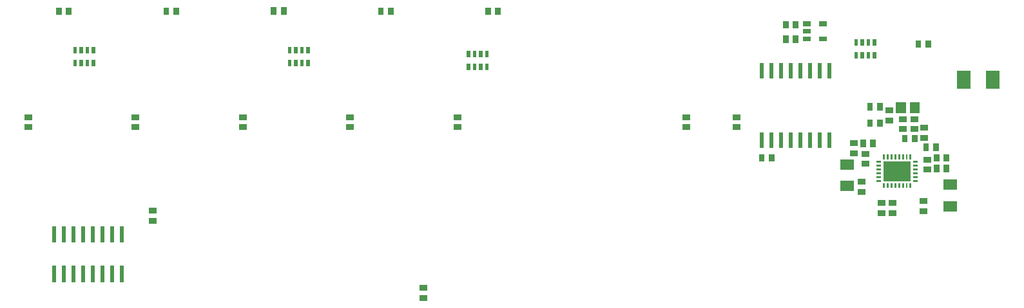
<source format=gbr>
G04 start of page 13 for group -4014 idx -4014 *
G04 Title: uart, bottompaste *
G04 Creator: pcb 20140316 *
G04 CreationDate: Wed 16 Jan 2019 07:50:34 AM GMT UTC *
G04 For: brian *
G04 Format: Gerber/RS-274X *
G04 PCB-Dimensions (mil): 9000.00 5000.00 *
G04 PCB-Coordinate-Origin: lower left *
%MOIN*%
%FSLAX25Y25*%
%LNBOTTOMPASTE*%
%ADD216R,0.0177X0.0177*%
%ADD215R,0.0200X0.0200*%
%ADD214R,0.0240X0.0240*%
%ADD213R,0.0700X0.0700*%
%ADD212R,0.0512X0.0512*%
%ADD211R,0.1004X0.1004*%
%ADD210R,0.0095X0.0095*%
%ADD209R,0.0528X0.0528*%
%ADD208R,0.0295X0.0295*%
G54D208*X614008Y299559D02*X614992D01*
X614008Y294441D02*X614992D01*
X608008Y299941D02*X608992D01*
X608008Y305059D02*X608992D01*
X618559Y305492D02*Y304508D01*
X613441Y305492D02*Y304508D01*
X612008Y285059D02*X612992D01*
X612008Y279941D02*X612992D01*
G54D209*X604094Y294130D02*X605906D01*
X604094Y282870D02*X605906D01*
G54D208*X644008Y269941D02*X644992D01*
X644008Y275059D02*X644992D01*
G54D209*X657594Y283630D02*X659406D01*
X657594Y272370D02*X659406D01*
G54D210*X624110Y298688D02*Y297272D01*
X626079Y298688D02*Y297272D01*
X628047Y298688D02*Y297272D01*
X630016Y298688D02*Y297272D01*
X631984Y298688D02*Y297272D01*
X633953Y298688D02*Y297272D01*
X635921Y298688D02*Y297272D01*
X637890Y298688D02*Y297272D01*
X639740Y295421D02*X641157D01*
X639740Y293453D02*X641157D01*
X639740Y291484D02*X641157D01*
X639740Y289516D02*X641157D01*
X639740Y287547D02*X641157D01*
X639740Y285579D02*X641157D01*
X637890Y283728D02*Y282312D01*
X635921Y283728D02*Y282312D01*
X633953Y283728D02*Y282312D01*
X631984Y283728D02*Y282312D01*
X630016Y283728D02*Y282312D01*
X628047Y283728D02*Y282312D01*
X626079Y283728D02*Y282312D01*
X624110Y283728D02*Y282312D01*
X620843Y285579D02*X622260D01*
X620843Y287547D02*X622260D01*
X620843Y289516D02*X622260D01*
X620843Y291484D02*X622260D01*
X620843Y293453D02*X622260D01*
X620843Y295421D02*X622260D01*
G54D211*X629032Y290500D02*X632969D01*
G54D208*X622508Y274059D02*X623492D01*
X622508Y268941D02*X623492D01*
X628008Y274059D02*X628992D01*
X628008Y268941D02*X628992D01*
X616941Y315992D02*Y315008D01*
X622059Y315992D02*Y315008D01*
X616941Y324492D02*Y323508D01*
X622059Y324492D02*Y323508D01*
X651441Y297992D02*Y297008D01*
X656559Y297992D02*Y297008D01*
X651441Y292492D02*Y291508D01*
X656559Y292492D02*Y291508D01*
X646008Y296559D02*X646992D01*
X646008Y291441D02*X646992D01*
X651059Y303492D02*Y302508D01*
X645941Y303492D02*Y302508D01*
G54D212*X640043Y323893D02*Y323107D01*
X632957Y323893D02*Y323107D01*
G54D208*X626508Y322059D02*X627492D01*
X626508Y316941D02*X627492D01*
X644508Y307941D02*X645492D01*
X644508Y313059D02*X645492D01*
X634941Y307992D02*Y307008D01*
X640059Y307992D02*Y307008D01*
X633508Y312441D02*X634492D01*
X633508Y317559D02*X634492D01*
X639508D02*X640492D01*
X639508Y312441D02*X640492D01*
X385508Y224941D02*X386492D01*
X385508Y230059D02*X386492D01*
X245508Y270059D02*X246492D01*
X245508Y264941D02*X246492D01*
G54D213*X665500Y339300D02*Y336700D01*
X680500Y339300D02*Y336700D01*
G54D214*X591700Y367000D02*X593300D01*
X591700Y359200D02*X593300D01*
X583500D02*X585100D01*
X583500Y363100D02*X585100D01*
X583500Y367000D02*X585100D01*
G54D208*X641941Y356992D02*Y356008D01*
X647059Y356992D02*Y356008D01*
G54D215*X561000Y345500D02*Y339500D01*
X566000Y345500D02*Y339500D01*
X571000Y345500D02*Y339500D01*
X576000Y345500D02*Y339500D01*
X581000Y345500D02*Y339500D01*
X586000Y345500D02*Y339500D01*
X591000Y345500D02*Y339500D01*
X596000Y345500D02*Y339500D01*
Y309500D02*Y303500D01*
X591000Y309500D02*Y303500D01*
X586000Y309500D02*Y303500D01*
X581000Y309500D02*Y303500D01*
X576000Y309500D02*Y303500D01*
X571000Y309500D02*Y303500D01*
X566000Y309500D02*Y303500D01*
X561000Y309500D02*Y303500D01*
X230000Y240500D02*Y234000D01*
X225000Y240500D02*Y234000D01*
X220000Y240500D02*Y234000D01*
X215000Y240500D02*Y234000D01*
X210000Y240500D02*Y234000D01*
X205000Y240500D02*Y234000D01*
X200000Y240500D02*Y234000D01*
X195000Y240500D02*Y234000D01*
Y261000D02*Y254500D01*
X200000Y261000D02*Y254500D01*
X205000Y261000D02*Y254500D01*
X210000Y261000D02*Y254500D01*
X215000Y261000D02*Y254500D01*
X220000Y261000D02*Y254500D01*
X225000Y261000D02*Y254500D01*
X230000Y261000D02*Y254500D01*
G54D208*X424559Y373992D02*Y373008D01*
X419441Y373992D02*Y373008D01*
X369059Y373992D02*Y373008D01*
X363941Y373992D02*Y373008D01*
X403008Y318559D02*X403992D01*
X403008Y313441D02*X403992D01*
G54D216*X409276Y345539D02*Y343768D01*
Y352232D02*Y350461D01*
X412425Y345539D02*Y343768D01*
Y352232D02*Y350461D01*
X415575Y345539D02*Y343768D01*
Y352232D02*Y350461D01*
X418724Y345539D02*Y343768D01*
Y352232D02*Y350461D01*
X316776Y347539D02*Y345768D01*
Y354232D02*Y352461D01*
X319925Y347539D02*Y345768D01*
Y354232D02*Y352461D01*
X323075Y347539D02*Y345768D01*
Y354232D02*Y352461D01*
X326224Y347539D02*Y345768D01*
Y354232D02*Y352461D01*
X205776Y347539D02*Y345768D01*
Y354232D02*Y352461D01*
X208925Y347539D02*Y345768D01*
Y354232D02*Y352461D01*
X212075Y347539D02*Y345768D01*
Y354232D02*Y352461D01*
X215224Y347539D02*Y345768D01*
Y354232D02*Y352461D01*
X619224Y358232D02*Y356461D01*
Y351539D02*Y349768D01*
X616075Y358232D02*Y356461D01*
Y351539D02*Y349768D01*
X612925Y358232D02*Y356461D01*
Y351539D02*Y349768D01*
X609776Y358232D02*Y356461D01*
Y351539D02*Y349768D01*
G54D208*X573441Y366992D02*Y366008D01*
X578559Y366992D02*Y366008D01*
X573441Y359492D02*Y358508D01*
X578559Y359492D02*Y358508D01*
X521508Y318559D02*X522492D01*
X521508Y313441D02*X522492D01*
X547508Y318559D02*X548492D01*
X547508Y313441D02*X548492D01*
X313659Y374092D02*Y373108D01*
X308541Y374092D02*Y373108D01*
X258059Y373992D02*Y373008D01*
X252941Y373992D02*Y373008D01*
X202559Y373992D02*Y373008D01*
X197441Y373992D02*Y373008D01*
X347508Y318559D02*X348492D01*
X347508Y313441D02*X348492D01*
X292008Y318559D02*X292992D01*
X292008Y313441D02*X292992D01*
X236508Y318559D02*X237492D01*
X236508Y313441D02*X237492D01*
X181008Y318559D02*X181992D01*
X181008Y313441D02*X181992D01*
X560941Y297992D02*Y297008D01*
X566059Y297992D02*Y297008D01*
M02*

</source>
